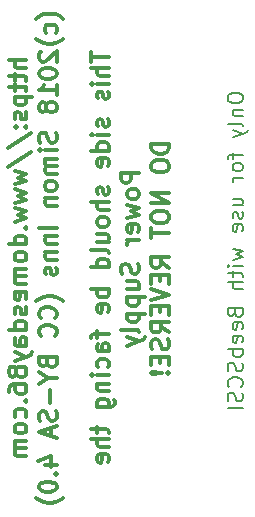
<source format=gbr>
G04 #@! TF.FileFunction,Legend,Bot*
%FSLAX46Y46*%
G04 Gerber Fmt 4.6, Leading zero omitted, Abs format (unit mm)*
G04 Created by KiCad (PCBNEW 4.0.7) date 05/03/18 17:21:10*
%MOMM*%
%LPD*%
G01*
G04 APERTURE LIST*
%ADD10C,0.100000*%
%ADD11C,0.200000*%
%ADD12C,0.300000*%
G04 APERTURE END LIST*
D10*
D11*
X126288095Y-90443097D02*
X126288095Y-90690716D01*
X126350000Y-90814525D01*
X126473810Y-90938335D01*
X126721429Y-91000240D01*
X127154762Y-91000240D01*
X127402381Y-90938335D01*
X127526190Y-90814525D01*
X127588095Y-90690716D01*
X127588095Y-90443097D01*
X127526190Y-90319287D01*
X127402381Y-90195478D01*
X127154762Y-90133573D01*
X126721429Y-90133573D01*
X126473810Y-90195478D01*
X126350000Y-90319287D01*
X126288095Y-90443097D01*
X126721429Y-91557383D02*
X127588095Y-91557383D01*
X126845238Y-91557383D02*
X126783333Y-91619288D01*
X126721429Y-91743097D01*
X126721429Y-91928811D01*
X126783333Y-92052621D01*
X126907143Y-92114526D01*
X127588095Y-92114526D01*
X127588095Y-92919287D02*
X127526190Y-92795478D01*
X127402381Y-92733573D01*
X126288095Y-92733573D01*
X126721429Y-93290715D02*
X127588095Y-93600239D01*
X126721429Y-93909763D02*
X127588095Y-93600239D01*
X127897619Y-93476430D01*
X127959524Y-93414525D01*
X128021429Y-93290715D01*
X126721429Y-95209763D02*
X126721429Y-95705001D01*
X127588095Y-95395477D02*
X126473810Y-95395477D01*
X126350000Y-95457382D01*
X126288095Y-95581191D01*
X126288095Y-95705001D01*
X127588095Y-96324048D02*
X127526190Y-96200239D01*
X127464286Y-96138334D01*
X127340476Y-96076429D01*
X126969048Y-96076429D01*
X126845238Y-96138334D01*
X126783333Y-96200239D01*
X126721429Y-96324048D01*
X126721429Y-96509762D01*
X126783333Y-96633572D01*
X126845238Y-96695477D01*
X126969048Y-96757381D01*
X127340476Y-96757381D01*
X127464286Y-96695477D01*
X127526190Y-96633572D01*
X127588095Y-96509762D01*
X127588095Y-96324048D01*
X127588095Y-97314524D02*
X126721429Y-97314524D01*
X126969048Y-97314524D02*
X126845238Y-97376429D01*
X126783333Y-97438333D01*
X126721429Y-97562143D01*
X126721429Y-97685952D01*
X126721429Y-99666905D02*
X127588095Y-99666905D01*
X126721429Y-99109762D02*
X127402381Y-99109762D01*
X127526190Y-99171667D01*
X127588095Y-99295476D01*
X127588095Y-99481190D01*
X127526190Y-99605000D01*
X127464286Y-99666905D01*
X127526190Y-100224047D02*
X127588095Y-100347857D01*
X127588095Y-100595476D01*
X127526190Y-100719285D01*
X127402381Y-100781190D01*
X127340476Y-100781190D01*
X127216667Y-100719285D01*
X127154762Y-100595476D01*
X127154762Y-100409761D01*
X127092857Y-100285952D01*
X126969048Y-100224047D01*
X126907143Y-100224047D01*
X126783333Y-100285952D01*
X126721429Y-100409761D01*
X126721429Y-100595476D01*
X126783333Y-100719285D01*
X127526190Y-101833571D02*
X127588095Y-101709761D01*
X127588095Y-101462142D01*
X127526190Y-101338333D01*
X127402381Y-101276428D01*
X126907143Y-101276428D01*
X126783333Y-101338333D01*
X126721429Y-101462142D01*
X126721429Y-101709761D01*
X126783333Y-101833571D01*
X126907143Y-101895476D01*
X127030952Y-101895476D01*
X127154762Y-101276428D01*
X126721429Y-103319285D02*
X127588095Y-103566904D01*
X126969048Y-103814523D01*
X127588095Y-104062142D01*
X126721429Y-104309761D01*
X127588095Y-104805000D02*
X126721429Y-104805000D01*
X126288095Y-104805000D02*
X126350000Y-104743095D01*
X126411905Y-104805000D01*
X126350000Y-104866905D01*
X126288095Y-104805000D01*
X126411905Y-104805000D01*
X126721429Y-105238334D02*
X126721429Y-105733572D01*
X126288095Y-105424048D02*
X127402381Y-105424048D01*
X127526190Y-105485953D01*
X127588095Y-105609762D01*
X127588095Y-105733572D01*
X127588095Y-106166905D02*
X126288095Y-106166905D01*
X127588095Y-106724048D02*
X126907143Y-106724048D01*
X126783333Y-106662143D01*
X126721429Y-106538333D01*
X126721429Y-106352619D01*
X126783333Y-106228810D01*
X126845238Y-106166905D01*
X126907143Y-108766904D02*
X126969048Y-108952618D01*
X127030952Y-109014523D01*
X127154762Y-109076428D01*
X127340476Y-109076428D01*
X127464286Y-109014523D01*
X127526190Y-108952618D01*
X127588095Y-108828809D01*
X127588095Y-108333571D01*
X126288095Y-108333571D01*
X126288095Y-108766904D01*
X126350000Y-108890714D01*
X126411905Y-108952618D01*
X126535714Y-109014523D01*
X126659524Y-109014523D01*
X126783333Y-108952618D01*
X126845238Y-108890714D01*
X126907143Y-108766904D01*
X126907143Y-108333571D01*
X127526190Y-110128809D02*
X127588095Y-110004999D01*
X127588095Y-109757380D01*
X127526190Y-109633571D01*
X127402381Y-109571666D01*
X126907143Y-109571666D01*
X126783333Y-109633571D01*
X126721429Y-109757380D01*
X126721429Y-110004999D01*
X126783333Y-110128809D01*
X126907143Y-110190714D01*
X127030952Y-110190714D01*
X127154762Y-109571666D01*
X127526190Y-111243095D02*
X127588095Y-111119285D01*
X127588095Y-110871666D01*
X127526190Y-110747857D01*
X127402381Y-110685952D01*
X126907143Y-110685952D01*
X126783333Y-110747857D01*
X126721429Y-110871666D01*
X126721429Y-111119285D01*
X126783333Y-111243095D01*
X126907143Y-111305000D01*
X127030952Y-111305000D01*
X127154762Y-110685952D01*
X127588095Y-111862143D02*
X126288095Y-111862143D01*
X126783333Y-111862143D02*
X126721429Y-111985952D01*
X126721429Y-112233571D01*
X126783333Y-112357381D01*
X126845238Y-112419286D01*
X126969048Y-112481190D01*
X127340476Y-112481190D01*
X127464286Y-112419286D01*
X127526190Y-112357381D01*
X127588095Y-112233571D01*
X127588095Y-111985952D01*
X127526190Y-111862143D01*
X127526190Y-112976428D02*
X127588095Y-113162142D01*
X127588095Y-113471666D01*
X127526190Y-113595476D01*
X127464286Y-113657380D01*
X127340476Y-113719285D01*
X127216667Y-113719285D01*
X127092857Y-113657380D01*
X127030952Y-113595476D01*
X126969048Y-113471666D01*
X126907143Y-113224047D01*
X126845238Y-113100238D01*
X126783333Y-113038333D01*
X126659524Y-112976428D01*
X126535714Y-112976428D01*
X126411905Y-113038333D01*
X126350000Y-113100238D01*
X126288095Y-113224047D01*
X126288095Y-113533571D01*
X126350000Y-113719285D01*
X127464286Y-115019285D02*
X127526190Y-114957380D01*
X127588095Y-114771666D01*
X127588095Y-114647856D01*
X127526190Y-114462142D01*
X127402381Y-114338333D01*
X127278571Y-114276428D01*
X127030952Y-114214523D01*
X126845238Y-114214523D01*
X126597619Y-114276428D01*
X126473810Y-114338333D01*
X126350000Y-114462142D01*
X126288095Y-114647856D01*
X126288095Y-114771666D01*
X126350000Y-114957380D01*
X126411905Y-115019285D01*
X127526190Y-115514523D02*
X127588095Y-115700237D01*
X127588095Y-116009761D01*
X127526190Y-116133571D01*
X127464286Y-116195475D01*
X127340476Y-116257380D01*
X127216667Y-116257380D01*
X127092857Y-116195475D01*
X127030952Y-116133571D01*
X126969048Y-116009761D01*
X126907143Y-115762142D01*
X126845238Y-115638333D01*
X126783333Y-115576428D01*
X126659524Y-115514523D01*
X126535714Y-115514523D01*
X126411905Y-115576428D01*
X126350000Y-115638333D01*
X126288095Y-115762142D01*
X126288095Y-116071666D01*
X126350000Y-116257380D01*
X127588095Y-116814523D02*
X126288095Y-116814523D01*
D12*
X109258571Y-87389999D02*
X107758571Y-87389999D01*
X109258571Y-88032856D02*
X108472857Y-88032856D01*
X108330000Y-87961427D01*
X108258571Y-87818570D01*
X108258571Y-87604285D01*
X108330000Y-87461427D01*
X108401429Y-87389999D01*
X108258571Y-88532856D02*
X108258571Y-89104285D01*
X107758571Y-88747142D02*
X109044286Y-88747142D01*
X109187143Y-88818570D01*
X109258571Y-88961428D01*
X109258571Y-89104285D01*
X108258571Y-89389999D02*
X108258571Y-89961428D01*
X107758571Y-89604285D02*
X109044286Y-89604285D01*
X109187143Y-89675713D01*
X109258571Y-89818571D01*
X109258571Y-89961428D01*
X108258571Y-90461428D02*
X109758571Y-90461428D01*
X108330000Y-90461428D02*
X108258571Y-90604285D01*
X108258571Y-90889999D01*
X108330000Y-91032856D01*
X108401429Y-91104285D01*
X108544286Y-91175714D01*
X108972857Y-91175714D01*
X109115714Y-91104285D01*
X109187143Y-91032856D01*
X109258571Y-90889999D01*
X109258571Y-90604285D01*
X109187143Y-90461428D01*
X109187143Y-91747142D02*
X109258571Y-91889999D01*
X109258571Y-92175714D01*
X109187143Y-92318571D01*
X109044286Y-92389999D01*
X108972857Y-92389999D01*
X108830000Y-92318571D01*
X108758571Y-92175714D01*
X108758571Y-91961428D01*
X108687143Y-91818571D01*
X108544286Y-91747142D01*
X108472857Y-91747142D01*
X108330000Y-91818571D01*
X108258571Y-91961428D01*
X108258571Y-92175714D01*
X108330000Y-92318571D01*
X109115714Y-93032857D02*
X109187143Y-93104285D01*
X109258571Y-93032857D01*
X109187143Y-92961428D01*
X109115714Y-93032857D01*
X109258571Y-93032857D01*
X108330000Y-93032857D02*
X108401429Y-93104285D01*
X108472857Y-93032857D01*
X108401429Y-92961428D01*
X108330000Y-93032857D01*
X108472857Y-93032857D01*
X107687143Y-94818571D02*
X109615714Y-93532857D01*
X107687143Y-96390000D02*
X109615714Y-95104286D01*
X108258571Y-96747144D02*
X109258571Y-97032858D01*
X108544286Y-97318572D01*
X109258571Y-97604287D01*
X108258571Y-97890001D01*
X108258571Y-98318573D02*
X109258571Y-98604287D01*
X108544286Y-98890001D01*
X109258571Y-99175716D01*
X108258571Y-99461430D01*
X108258571Y-99890002D02*
X109258571Y-100175716D01*
X108544286Y-100461430D01*
X109258571Y-100747145D01*
X108258571Y-101032859D01*
X109115714Y-101604288D02*
X109187143Y-101675716D01*
X109258571Y-101604288D01*
X109187143Y-101532859D01*
X109115714Y-101604288D01*
X109258571Y-101604288D01*
X109258571Y-102961431D02*
X107758571Y-102961431D01*
X109187143Y-102961431D02*
X109258571Y-102818574D01*
X109258571Y-102532860D01*
X109187143Y-102390002D01*
X109115714Y-102318574D01*
X108972857Y-102247145D01*
X108544286Y-102247145D01*
X108401429Y-102318574D01*
X108330000Y-102390002D01*
X108258571Y-102532860D01*
X108258571Y-102818574D01*
X108330000Y-102961431D01*
X109258571Y-103890003D02*
X109187143Y-103747145D01*
X109115714Y-103675717D01*
X108972857Y-103604288D01*
X108544286Y-103604288D01*
X108401429Y-103675717D01*
X108330000Y-103747145D01*
X108258571Y-103890003D01*
X108258571Y-104104288D01*
X108330000Y-104247145D01*
X108401429Y-104318574D01*
X108544286Y-104390003D01*
X108972857Y-104390003D01*
X109115714Y-104318574D01*
X109187143Y-104247145D01*
X109258571Y-104104288D01*
X109258571Y-103890003D01*
X109258571Y-105032860D02*
X108258571Y-105032860D01*
X108401429Y-105032860D02*
X108330000Y-105104288D01*
X108258571Y-105247146D01*
X108258571Y-105461431D01*
X108330000Y-105604288D01*
X108472857Y-105675717D01*
X109258571Y-105675717D01*
X108472857Y-105675717D02*
X108330000Y-105747146D01*
X108258571Y-105890003D01*
X108258571Y-106104288D01*
X108330000Y-106247146D01*
X108472857Y-106318574D01*
X109258571Y-106318574D01*
X109187143Y-107604288D02*
X109258571Y-107461431D01*
X109258571Y-107175717D01*
X109187143Y-107032860D01*
X109044286Y-106961431D01*
X108472857Y-106961431D01*
X108330000Y-107032860D01*
X108258571Y-107175717D01*
X108258571Y-107461431D01*
X108330000Y-107604288D01*
X108472857Y-107675717D01*
X108615714Y-107675717D01*
X108758571Y-106961431D01*
X109187143Y-108247145D02*
X109258571Y-108390002D01*
X109258571Y-108675717D01*
X109187143Y-108818574D01*
X109044286Y-108890002D01*
X108972857Y-108890002D01*
X108830000Y-108818574D01*
X108758571Y-108675717D01*
X108758571Y-108461431D01*
X108687143Y-108318574D01*
X108544286Y-108247145D01*
X108472857Y-108247145D01*
X108330000Y-108318574D01*
X108258571Y-108461431D01*
X108258571Y-108675717D01*
X108330000Y-108818574D01*
X109258571Y-110175717D02*
X107758571Y-110175717D01*
X109187143Y-110175717D02*
X109258571Y-110032860D01*
X109258571Y-109747146D01*
X109187143Y-109604288D01*
X109115714Y-109532860D01*
X108972857Y-109461431D01*
X108544286Y-109461431D01*
X108401429Y-109532860D01*
X108330000Y-109604288D01*
X108258571Y-109747146D01*
X108258571Y-110032860D01*
X108330000Y-110175717D01*
X109258571Y-111532860D02*
X108472857Y-111532860D01*
X108330000Y-111461431D01*
X108258571Y-111318574D01*
X108258571Y-111032860D01*
X108330000Y-110890003D01*
X109187143Y-111532860D02*
X109258571Y-111390003D01*
X109258571Y-111032860D01*
X109187143Y-110890003D01*
X109044286Y-110818574D01*
X108901429Y-110818574D01*
X108758571Y-110890003D01*
X108687143Y-111032860D01*
X108687143Y-111390003D01*
X108615714Y-111532860D01*
X108258571Y-112104289D02*
X109258571Y-112461432D01*
X108258571Y-112818574D02*
X109258571Y-112461432D01*
X109615714Y-112318574D01*
X109687143Y-112247146D01*
X109758571Y-112104289D01*
X108401429Y-113604289D02*
X108330000Y-113461431D01*
X108258571Y-113390003D01*
X108115714Y-113318574D01*
X108044286Y-113318574D01*
X107901429Y-113390003D01*
X107830000Y-113461431D01*
X107758571Y-113604289D01*
X107758571Y-113890003D01*
X107830000Y-114032860D01*
X107901429Y-114104289D01*
X108044286Y-114175717D01*
X108115714Y-114175717D01*
X108258571Y-114104289D01*
X108330000Y-114032860D01*
X108401429Y-113890003D01*
X108401429Y-113604289D01*
X108472857Y-113461431D01*
X108544286Y-113390003D01*
X108687143Y-113318574D01*
X108972857Y-113318574D01*
X109115714Y-113390003D01*
X109187143Y-113461431D01*
X109258571Y-113604289D01*
X109258571Y-113890003D01*
X109187143Y-114032860D01*
X109115714Y-114104289D01*
X108972857Y-114175717D01*
X108687143Y-114175717D01*
X108544286Y-114104289D01*
X108472857Y-114032860D01*
X108401429Y-113890003D01*
X107758571Y-115461431D02*
X107758571Y-115175717D01*
X107830000Y-115032860D01*
X107901429Y-114961431D01*
X108115714Y-114818574D01*
X108401429Y-114747145D01*
X108972857Y-114747145D01*
X109115714Y-114818574D01*
X109187143Y-114890002D01*
X109258571Y-115032860D01*
X109258571Y-115318574D01*
X109187143Y-115461431D01*
X109115714Y-115532860D01*
X108972857Y-115604288D01*
X108615714Y-115604288D01*
X108472857Y-115532860D01*
X108401429Y-115461431D01*
X108330000Y-115318574D01*
X108330000Y-115032860D01*
X108401429Y-114890002D01*
X108472857Y-114818574D01*
X108615714Y-114747145D01*
X109115714Y-116247145D02*
X109187143Y-116318573D01*
X109258571Y-116247145D01*
X109187143Y-116175716D01*
X109115714Y-116247145D01*
X109258571Y-116247145D01*
X109187143Y-117604288D02*
X109258571Y-117461431D01*
X109258571Y-117175717D01*
X109187143Y-117032859D01*
X109115714Y-116961431D01*
X108972857Y-116890002D01*
X108544286Y-116890002D01*
X108401429Y-116961431D01*
X108330000Y-117032859D01*
X108258571Y-117175717D01*
X108258571Y-117461431D01*
X108330000Y-117604288D01*
X109258571Y-118461431D02*
X109187143Y-118318573D01*
X109115714Y-118247145D01*
X108972857Y-118175716D01*
X108544286Y-118175716D01*
X108401429Y-118247145D01*
X108330000Y-118318573D01*
X108258571Y-118461431D01*
X108258571Y-118675716D01*
X108330000Y-118818573D01*
X108401429Y-118890002D01*
X108544286Y-118961431D01*
X108972857Y-118961431D01*
X109115714Y-118890002D01*
X109187143Y-118818573D01*
X109258571Y-118675716D01*
X109258571Y-118461431D01*
X109258571Y-119604288D02*
X108258571Y-119604288D01*
X108401429Y-119604288D02*
X108330000Y-119675716D01*
X108258571Y-119818574D01*
X108258571Y-120032859D01*
X108330000Y-120175716D01*
X108472857Y-120247145D01*
X109258571Y-120247145D01*
X108472857Y-120247145D02*
X108330000Y-120318574D01*
X108258571Y-120461431D01*
X108258571Y-120675716D01*
X108330000Y-120818574D01*
X108472857Y-120890002D01*
X109258571Y-120890002D01*
X112380000Y-83854287D02*
X112308571Y-83782859D01*
X112094286Y-83640002D01*
X111951429Y-83568573D01*
X111737143Y-83497144D01*
X111380000Y-83425716D01*
X111094286Y-83425716D01*
X110737143Y-83497144D01*
X110522857Y-83568573D01*
X110380000Y-83640002D01*
X110165714Y-83782859D01*
X110094286Y-83854287D01*
X111737143Y-85068573D02*
X111808571Y-84925716D01*
X111808571Y-84640002D01*
X111737143Y-84497144D01*
X111665714Y-84425716D01*
X111522857Y-84354287D01*
X111094286Y-84354287D01*
X110951429Y-84425716D01*
X110880000Y-84497144D01*
X110808571Y-84640002D01*
X110808571Y-84925716D01*
X110880000Y-85068573D01*
X112380000Y-85568573D02*
X112308571Y-85640001D01*
X112094286Y-85782858D01*
X111951429Y-85854287D01*
X111737143Y-85925716D01*
X111380000Y-85997144D01*
X111094286Y-85997144D01*
X110737143Y-85925716D01*
X110522857Y-85854287D01*
X110380000Y-85782858D01*
X110165714Y-85640001D01*
X110094286Y-85568573D01*
X110451429Y-86640001D02*
X110380000Y-86711430D01*
X110308571Y-86854287D01*
X110308571Y-87211430D01*
X110380000Y-87354287D01*
X110451429Y-87425716D01*
X110594286Y-87497144D01*
X110737143Y-87497144D01*
X110951429Y-87425716D01*
X111808571Y-86568573D01*
X111808571Y-87497144D01*
X110308571Y-88425715D02*
X110308571Y-88568572D01*
X110380000Y-88711429D01*
X110451429Y-88782858D01*
X110594286Y-88854287D01*
X110880000Y-88925715D01*
X111237143Y-88925715D01*
X111522857Y-88854287D01*
X111665714Y-88782858D01*
X111737143Y-88711429D01*
X111808571Y-88568572D01*
X111808571Y-88425715D01*
X111737143Y-88282858D01*
X111665714Y-88211429D01*
X111522857Y-88140001D01*
X111237143Y-88068572D01*
X110880000Y-88068572D01*
X110594286Y-88140001D01*
X110451429Y-88211429D01*
X110380000Y-88282858D01*
X110308571Y-88425715D01*
X111808571Y-90354286D02*
X111808571Y-89497143D01*
X111808571Y-89925715D02*
X110308571Y-89925715D01*
X110522857Y-89782858D01*
X110665714Y-89640000D01*
X110737143Y-89497143D01*
X110951429Y-91211429D02*
X110880000Y-91068571D01*
X110808571Y-90997143D01*
X110665714Y-90925714D01*
X110594286Y-90925714D01*
X110451429Y-90997143D01*
X110380000Y-91068571D01*
X110308571Y-91211429D01*
X110308571Y-91497143D01*
X110380000Y-91640000D01*
X110451429Y-91711429D01*
X110594286Y-91782857D01*
X110665714Y-91782857D01*
X110808571Y-91711429D01*
X110880000Y-91640000D01*
X110951429Y-91497143D01*
X110951429Y-91211429D01*
X111022857Y-91068571D01*
X111094286Y-90997143D01*
X111237143Y-90925714D01*
X111522857Y-90925714D01*
X111665714Y-90997143D01*
X111737143Y-91068571D01*
X111808571Y-91211429D01*
X111808571Y-91497143D01*
X111737143Y-91640000D01*
X111665714Y-91711429D01*
X111522857Y-91782857D01*
X111237143Y-91782857D01*
X111094286Y-91711429D01*
X111022857Y-91640000D01*
X110951429Y-91497143D01*
X111737143Y-93497142D02*
X111808571Y-93711428D01*
X111808571Y-94068571D01*
X111737143Y-94211428D01*
X111665714Y-94282857D01*
X111522857Y-94354285D01*
X111380000Y-94354285D01*
X111237143Y-94282857D01*
X111165714Y-94211428D01*
X111094286Y-94068571D01*
X111022857Y-93782857D01*
X110951429Y-93639999D01*
X110880000Y-93568571D01*
X110737143Y-93497142D01*
X110594286Y-93497142D01*
X110451429Y-93568571D01*
X110380000Y-93639999D01*
X110308571Y-93782857D01*
X110308571Y-94139999D01*
X110380000Y-94354285D01*
X111808571Y-94997142D02*
X110808571Y-94997142D01*
X110308571Y-94997142D02*
X110380000Y-94925713D01*
X110451429Y-94997142D01*
X110380000Y-95068570D01*
X110308571Y-94997142D01*
X110451429Y-94997142D01*
X111808571Y-95711428D02*
X110808571Y-95711428D01*
X110951429Y-95711428D02*
X110880000Y-95782856D01*
X110808571Y-95925714D01*
X110808571Y-96139999D01*
X110880000Y-96282856D01*
X111022857Y-96354285D01*
X111808571Y-96354285D01*
X111022857Y-96354285D02*
X110880000Y-96425714D01*
X110808571Y-96568571D01*
X110808571Y-96782856D01*
X110880000Y-96925714D01*
X111022857Y-96997142D01*
X111808571Y-96997142D01*
X111808571Y-97925714D02*
X111737143Y-97782856D01*
X111665714Y-97711428D01*
X111522857Y-97639999D01*
X111094286Y-97639999D01*
X110951429Y-97711428D01*
X110880000Y-97782856D01*
X110808571Y-97925714D01*
X110808571Y-98139999D01*
X110880000Y-98282856D01*
X110951429Y-98354285D01*
X111094286Y-98425714D01*
X111522857Y-98425714D01*
X111665714Y-98354285D01*
X111737143Y-98282856D01*
X111808571Y-98139999D01*
X111808571Y-97925714D01*
X110808571Y-99068571D02*
X111808571Y-99068571D01*
X110951429Y-99068571D02*
X110880000Y-99139999D01*
X110808571Y-99282857D01*
X110808571Y-99497142D01*
X110880000Y-99639999D01*
X111022857Y-99711428D01*
X111808571Y-99711428D01*
X111808571Y-101568571D02*
X110308571Y-101568571D01*
X110808571Y-102282857D02*
X111808571Y-102282857D01*
X110951429Y-102282857D02*
X110880000Y-102354285D01*
X110808571Y-102497143D01*
X110808571Y-102711428D01*
X110880000Y-102854285D01*
X111022857Y-102925714D01*
X111808571Y-102925714D01*
X110808571Y-103640000D02*
X111808571Y-103640000D01*
X110951429Y-103640000D02*
X110880000Y-103711428D01*
X110808571Y-103854286D01*
X110808571Y-104068571D01*
X110880000Y-104211428D01*
X111022857Y-104282857D01*
X111808571Y-104282857D01*
X111737143Y-104925714D02*
X111808571Y-105068571D01*
X111808571Y-105354286D01*
X111737143Y-105497143D01*
X111594286Y-105568571D01*
X111522857Y-105568571D01*
X111380000Y-105497143D01*
X111308571Y-105354286D01*
X111308571Y-105140000D01*
X111237143Y-104997143D01*
X111094286Y-104925714D01*
X111022857Y-104925714D01*
X110880000Y-104997143D01*
X110808571Y-105140000D01*
X110808571Y-105354286D01*
X110880000Y-105497143D01*
X112380000Y-107782857D02*
X112308571Y-107711429D01*
X112094286Y-107568572D01*
X111951429Y-107497143D01*
X111737143Y-107425714D01*
X111380000Y-107354286D01*
X111094286Y-107354286D01*
X110737143Y-107425714D01*
X110522857Y-107497143D01*
X110380000Y-107568572D01*
X110165714Y-107711429D01*
X110094286Y-107782857D01*
X111665714Y-109211429D02*
X111737143Y-109140000D01*
X111808571Y-108925714D01*
X111808571Y-108782857D01*
X111737143Y-108568572D01*
X111594286Y-108425714D01*
X111451429Y-108354286D01*
X111165714Y-108282857D01*
X110951429Y-108282857D01*
X110665714Y-108354286D01*
X110522857Y-108425714D01*
X110380000Y-108568572D01*
X110308571Y-108782857D01*
X110308571Y-108925714D01*
X110380000Y-109140000D01*
X110451429Y-109211429D01*
X111665714Y-110711429D02*
X111737143Y-110640000D01*
X111808571Y-110425714D01*
X111808571Y-110282857D01*
X111737143Y-110068572D01*
X111594286Y-109925714D01*
X111451429Y-109854286D01*
X111165714Y-109782857D01*
X110951429Y-109782857D01*
X110665714Y-109854286D01*
X110522857Y-109925714D01*
X110380000Y-110068572D01*
X110308571Y-110282857D01*
X110308571Y-110425714D01*
X110380000Y-110640000D01*
X110451429Y-110711429D01*
X111022857Y-112997143D02*
X111094286Y-113211429D01*
X111165714Y-113282857D01*
X111308571Y-113354286D01*
X111522857Y-113354286D01*
X111665714Y-113282857D01*
X111737143Y-113211429D01*
X111808571Y-113068571D01*
X111808571Y-112497143D01*
X110308571Y-112497143D01*
X110308571Y-112997143D01*
X110380000Y-113140000D01*
X110451429Y-113211429D01*
X110594286Y-113282857D01*
X110737143Y-113282857D01*
X110880000Y-113211429D01*
X110951429Y-113140000D01*
X111022857Y-112997143D01*
X111022857Y-112497143D01*
X111094286Y-114282857D02*
X111808571Y-114282857D01*
X110308571Y-113782857D02*
X111094286Y-114282857D01*
X110308571Y-114782857D01*
X111237143Y-115282857D02*
X111237143Y-116425714D01*
X111737143Y-117068571D02*
X111808571Y-117282857D01*
X111808571Y-117640000D01*
X111737143Y-117782857D01*
X111665714Y-117854286D01*
X111522857Y-117925714D01*
X111380000Y-117925714D01*
X111237143Y-117854286D01*
X111165714Y-117782857D01*
X111094286Y-117640000D01*
X111022857Y-117354286D01*
X110951429Y-117211428D01*
X110880000Y-117140000D01*
X110737143Y-117068571D01*
X110594286Y-117068571D01*
X110451429Y-117140000D01*
X110380000Y-117211428D01*
X110308571Y-117354286D01*
X110308571Y-117711428D01*
X110380000Y-117925714D01*
X111380000Y-118497142D02*
X111380000Y-119211428D01*
X111808571Y-118354285D02*
X110308571Y-118854285D01*
X111808571Y-119354285D01*
X110808571Y-121639999D02*
X111808571Y-121639999D01*
X110237143Y-121282856D02*
X111308571Y-120925713D01*
X111308571Y-121854285D01*
X111665714Y-122425713D02*
X111737143Y-122497141D01*
X111808571Y-122425713D01*
X111737143Y-122354284D01*
X111665714Y-122425713D01*
X111808571Y-122425713D01*
X110308571Y-123425713D02*
X110308571Y-123568570D01*
X110380000Y-123711427D01*
X110451429Y-123782856D01*
X110594286Y-123854285D01*
X110880000Y-123925713D01*
X111237143Y-123925713D01*
X111522857Y-123854285D01*
X111665714Y-123782856D01*
X111737143Y-123711427D01*
X111808571Y-123568570D01*
X111808571Y-123425713D01*
X111737143Y-123282856D01*
X111665714Y-123211427D01*
X111522857Y-123139999D01*
X111237143Y-123068570D01*
X110880000Y-123068570D01*
X110594286Y-123139999D01*
X110451429Y-123211427D01*
X110380000Y-123282856D01*
X110308571Y-123425713D01*
X112380000Y-124425713D02*
X112308571Y-124497141D01*
X112094286Y-124639998D01*
X111951429Y-124711427D01*
X111737143Y-124782856D01*
X111380000Y-124854284D01*
X111094286Y-124854284D01*
X110737143Y-124782856D01*
X110522857Y-124711427D01*
X110380000Y-124639998D01*
X110165714Y-124497141D01*
X110094286Y-124425713D01*
X114738571Y-86675714D02*
X114738571Y-87532857D01*
X116238571Y-87104286D02*
X114738571Y-87104286D01*
X116238571Y-88032857D02*
X114738571Y-88032857D01*
X116238571Y-88675714D02*
X115452857Y-88675714D01*
X115310000Y-88604285D01*
X115238571Y-88461428D01*
X115238571Y-88247143D01*
X115310000Y-88104285D01*
X115381429Y-88032857D01*
X116238571Y-89390000D02*
X115238571Y-89390000D01*
X114738571Y-89390000D02*
X114810000Y-89318571D01*
X114881429Y-89390000D01*
X114810000Y-89461428D01*
X114738571Y-89390000D01*
X114881429Y-89390000D01*
X116167143Y-90032857D02*
X116238571Y-90175714D01*
X116238571Y-90461429D01*
X116167143Y-90604286D01*
X116024286Y-90675714D01*
X115952857Y-90675714D01*
X115810000Y-90604286D01*
X115738571Y-90461429D01*
X115738571Y-90247143D01*
X115667143Y-90104286D01*
X115524286Y-90032857D01*
X115452857Y-90032857D01*
X115310000Y-90104286D01*
X115238571Y-90247143D01*
X115238571Y-90461429D01*
X115310000Y-90604286D01*
X116167143Y-92390000D02*
X116238571Y-92532857D01*
X116238571Y-92818572D01*
X116167143Y-92961429D01*
X116024286Y-93032857D01*
X115952857Y-93032857D01*
X115810000Y-92961429D01*
X115738571Y-92818572D01*
X115738571Y-92604286D01*
X115667143Y-92461429D01*
X115524286Y-92390000D01*
X115452857Y-92390000D01*
X115310000Y-92461429D01*
X115238571Y-92604286D01*
X115238571Y-92818572D01*
X115310000Y-92961429D01*
X116238571Y-93675715D02*
X115238571Y-93675715D01*
X114738571Y-93675715D02*
X114810000Y-93604286D01*
X114881429Y-93675715D01*
X114810000Y-93747143D01*
X114738571Y-93675715D01*
X114881429Y-93675715D01*
X116238571Y-95032858D02*
X114738571Y-95032858D01*
X116167143Y-95032858D02*
X116238571Y-94890001D01*
X116238571Y-94604287D01*
X116167143Y-94461429D01*
X116095714Y-94390001D01*
X115952857Y-94318572D01*
X115524286Y-94318572D01*
X115381429Y-94390001D01*
X115310000Y-94461429D01*
X115238571Y-94604287D01*
X115238571Y-94890001D01*
X115310000Y-95032858D01*
X116167143Y-96318572D02*
X116238571Y-96175715D01*
X116238571Y-95890001D01*
X116167143Y-95747144D01*
X116024286Y-95675715D01*
X115452857Y-95675715D01*
X115310000Y-95747144D01*
X115238571Y-95890001D01*
X115238571Y-96175715D01*
X115310000Y-96318572D01*
X115452857Y-96390001D01*
X115595714Y-96390001D01*
X115738571Y-95675715D01*
X116167143Y-98104286D02*
X116238571Y-98247143D01*
X116238571Y-98532858D01*
X116167143Y-98675715D01*
X116024286Y-98747143D01*
X115952857Y-98747143D01*
X115810000Y-98675715D01*
X115738571Y-98532858D01*
X115738571Y-98318572D01*
X115667143Y-98175715D01*
X115524286Y-98104286D01*
X115452857Y-98104286D01*
X115310000Y-98175715D01*
X115238571Y-98318572D01*
X115238571Y-98532858D01*
X115310000Y-98675715D01*
X116238571Y-99390001D02*
X114738571Y-99390001D01*
X116238571Y-100032858D02*
X115452857Y-100032858D01*
X115310000Y-99961429D01*
X115238571Y-99818572D01*
X115238571Y-99604287D01*
X115310000Y-99461429D01*
X115381429Y-99390001D01*
X116238571Y-100961430D02*
X116167143Y-100818572D01*
X116095714Y-100747144D01*
X115952857Y-100675715D01*
X115524286Y-100675715D01*
X115381429Y-100747144D01*
X115310000Y-100818572D01*
X115238571Y-100961430D01*
X115238571Y-101175715D01*
X115310000Y-101318572D01*
X115381429Y-101390001D01*
X115524286Y-101461430D01*
X115952857Y-101461430D01*
X116095714Y-101390001D01*
X116167143Y-101318572D01*
X116238571Y-101175715D01*
X116238571Y-100961430D01*
X115238571Y-102747144D02*
X116238571Y-102747144D01*
X115238571Y-102104287D02*
X116024286Y-102104287D01*
X116167143Y-102175715D01*
X116238571Y-102318573D01*
X116238571Y-102532858D01*
X116167143Y-102675715D01*
X116095714Y-102747144D01*
X116238571Y-103675716D02*
X116167143Y-103532858D01*
X116024286Y-103461430D01*
X114738571Y-103461430D01*
X116238571Y-104890001D02*
X114738571Y-104890001D01*
X116167143Y-104890001D02*
X116238571Y-104747144D01*
X116238571Y-104461430D01*
X116167143Y-104318572D01*
X116095714Y-104247144D01*
X115952857Y-104175715D01*
X115524286Y-104175715D01*
X115381429Y-104247144D01*
X115310000Y-104318572D01*
X115238571Y-104461430D01*
X115238571Y-104747144D01*
X115310000Y-104890001D01*
X116238571Y-106747144D02*
X114738571Y-106747144D01*
X115310000Y-106747144D02*
X115238571Y-106890001D01*
X115238571Y-107175715D01*
X115310000Y-107318572D01*
X115381429Y-107390001D01*
X115524286Y-107461430D01*
X115952857Y-107461430D01*
X116095714Y-107390001D01*
X116167143Y-107318572D01*
X116238571Y-107175715D01*
X116238571Y-106890001D01*
X116167143Y-106747144D01*
X116167143Y-108675715D02*
X116238571Y-108532858D01*
X116238571Y-108247144D01*
X116167143Y-108104287D01*
X116024286Y-108032858D01*
X115452857Y-108032858D01*
X115310000Y-108104287D01*
X115238571Y-108247144D01*
X115238571Y-108532858D01*
X115310000Y-108675715D01*
X115452857Y-108747144D01*
X115595714Y-108747144D01*
X115738571Y-108032858D01*
X115238571Y-110318572D02*
X115238571Y-110890001D01*
X116238571Y-110532858D02*
X114952857Y-110532858D01*
X114810000Y-110604286D01*
X114738571Y-110747144D01*
X114738571Y-110890001D01*
X116238571Y-112032858D02*
X115452857Y-112032858D01*
X115310000Y-111961429D01*
X115238571Y-111818572D01*
X115238571Y-111532858D01*
X115310000Y-111390001D01*
X116167143Y-112032858D02*
X116238571Y-111890001D01*
X116238571Y-111532858D01*
X116167143Y-111390001D01*
X116024286Y-111318572D01*
X115881429Y-111318572D01*
X115738571Y-111390001D01*
X115667143Y-111532858D01*
X115667143Y-111890001D01*
X115595714Y-112032858D01*
X116167143Y-113390001D02*
X116238571Y-113247144D01*
X116238571Y-112961430D01*
X116167143Y-112818572D01*
X116095714Y-112747144D01*
X115952857Y-112675715D01*
X115524286Y-112675715D01*
X115381429Y-112747144D01*
X115310000Y-112818572D01*
X115238571Y-112961430D01*
X115238571Y-113247144D01*
X115310000Y-113390001D01*
X116238571Y-114032858D02*
X115238571Y-114032858D01*
X114738571Y-114032858D02*
X114810000Y-113961429D01*
X114881429Y-114032858D01*
X114810000Y-114104286D01*
X114738571Y-114032858D01*
X114881429Y-114032858D01*
X115238571Y-114747144D02*
X116238571Y-114747144D01*
X115381429Y-114747144D02*
X115310000Y-114818572D01*
X115238571Y-114961430D01*
X115238571Y-115175715D01*
X115310000Y-115318572D01*
X115452857Y-115390001D01*
X116238571Y-115390001D01*
X115238571Y-116747144D02*
X116452857Y-116747144D01*
X116595714Y-116675715D01*
X116667143Y-116604287D01*
X116738571Y-116461430D01*
X116738571Y-116247144D01*
X116667143Y-116104287D01*
X116167143Y-116747144D02*
X116238571Y-116604287D01*
X116238571Y-116318573D01*
X116167143Y-116175715D01*
X116095714Y-116104287D01*
X115952857Y-116032858D01*
X115524286Y-116032858D01*
X115381429Y-116104287D01*
X115310000Y-116175715D01*
X115238571Y-116318573D01*
X115238571Y-116604287D01*
X115310000Y-116747144D01*
X115238571Y-118390001D02*
X115238571Y-118961430D01*
X114738571Y-118604287D02*
X116024286Y-118604287D01*
X116167143Y-118675715D01*
X116238571Y-118818573D01*
X116238571Y-118961430D01*
X116238571Y-119461430D02*
X114738571Y-119461430D01*
X116238571Y-120104287D02*
X115452857Y-120104287D01*
X115310000Y-120032858D01*
X115238571Y-119890001D01*
X115238571Y-119675716D01*
X115310000Y-119532858D01*
X115381429Y-119461430D01*
X116167143Y-121390001D02*
X116238571Y-121247144D01*
X116238571Y-120961430D01*
X116167143Y-120818573D01*
X116024286Y-120747144D01*
X115452857Y-120747144D01*
X115310000Y-120818573D01*
X115238571Y-120961430D01*
X115238571Y-121247144D01*
X115310000Y-121390001D01*
X115452857Y-121461430D01*
X115595714Y-121461430D01*
X115738571Y-120747144D01*
X118788571Y-96890001D02*
X117288571Y-96890001D01*
X117288571Y-97461429D01*
X117360000Y-97604287D01*
X117431429Y-97675715D01*
X117574286Y-97747144D01*
X117788571Y-97747144D01*
X117931429Y-97675715D01*
X118002857Y-97604287D01*
X118074286Y-97461429D01*
X118074286Y-96890001D01*
X118788571Y-98604287D02*
X118717143Y-98461429D01*
X118645714Y-98390001D01*
X118502857Y-98318572D01*
X118074286Y-98318572D01*
X117931429Y-98390001D01*
X117860000Y-98461429D01*
X117788571Y-98604287D01*
X117788571Y-98818572D01*
X117860000Y-98961429D01*
X117931429Y-99032858D01*
X118074286Y-99104287D01*
X118502857Y-99104287D01*
X118645714Y-99032858D01*
X118717143Y-98961429D01*
X118788571Y-98818572D01*
X118788571Y-98604287D01*
X117788571Y-99604287D02*
X118788571Y-99890001D01*
X118074286Y-100175715D01*
X118788571Y-100461430D01*
X117788571Y-100747144D01*
X118717143Y-101890001D02*
X118788571Y-101747144D01*
X118788571Y-101461430D01*
X118717143Y-101318573D01*
X118574286Y-101247144D01*
X118002857Y-101247144D01*
X117860000Y-101318573D01*
X117788571Y-101461430D01*
X117788571Y-101747144D01*
X117860000Y-101890001D01*
X118002857Y-101961430D01*
X118145714Y-101961430D01*
X118288571Y-101247144D01*
X118788571Y-102604287D02*
X117788571Y-102604287D01*
X118074286Y-102604287D02*
X117931429Y-102675715D01*
X117860000Y-102747144D01*
X117788571Y-102890001D01*
X117788571Y-103032858D01*
X118717143Y-104604286D02*
X118788571Y-104818572D01*
X118788571Y-105175715D01*
X118717143Y-105318572D01*
X118645714Y-105390001D01*
X118502857Y-105461429D01*
X118360000Y-105461429D01*
X118217143Y-105390001D01*
X118145714Y-105318572D01*
X118074286Y-105175715D01*
X118002857Y-104890001D01*
X117931429Y-104747143D01*
X117860000Y-104675715D01*
X117717143Y-104604286D01*
X117574286Y-104604286D01*
X117431429Y-104675715D01*
X117360000Y-104747143D01*
X117288571Y-104890001D01*
X117288571Y-105247143D01*
X117360000Y-105461429D01*
X117788571Y-106747143D02*
X118788571Y-106747143D01*
X117788571Y-106104286D02*
X118574286Y-106104286D01*
X118717143Y-106175714D01*
X118788571Y-106318572D01*
X118788571Y-106532857D01*
X118717143Y-106675714D01*
X118645714Y-106747143D01*
X117788571Y-107461429D02*
X119288571Y-107461429D01*
X117860000Y-107461429D02*
X117788571Y-107604286D01*
X117788571Y-107890000D01*
X117860000Y-108032857D01*
X117931429Y-108104286D01*
X118074286Y-108175715D01*
X118502857Y-108175715D01*
X118645714Y-108104286D01*
X118717143Y-108032857D01*
X118788571Y-107890000D01*
X118788571Y-107604286D01*
X118717143Y-107461429D01*
X117788571Y-108818572D02*
X119288571Y-108818572D01*
X117860000Y-108818572D02*
X117788571Y-108961429D01*
X117788571Y-109247143D01*
X117860000Y-109390000D01*
X117931429Y-109461429D01*
X118074286Y-109532858D01*
X118502857Y-109532858D01*
X118645714Y-109461429D01*
X118717143Y-109390000D01*
X118788571Y-109247143D01*
X118788571Y-108961429D01*
X118717143Y-108818572D01*
X118788571Y-110390001D02*
X118717143Y-110247143D01*
X118574286Y-110175715D01*
X117288571Y-110175715D01*
X117788571Y-110818572D02*
X118788571Y-111175715D01*
X117788571Y-111532857D02*
X118788571Y-111175715D01*
X119145714Y-111032857D01*
X119217143Y-110961429D01*
X119288571Y-110818572D01*
X121338571Y-94425714D02*
X119838571Y-94425714D01*
X119838571Y-94782857D01*
X119910000Y-94997142D01*
X120052857Y-95140000D01*
X120195714Y-95211428D01*
X120481429Y-95282857D01*
X120695714Y-95282857D01*
X120981429Y-95211428D01*
X121124286Y-95140000D01*
X121267143Y-94997142D01*
X121338571Y-94782857D01*
X121338571Y-94425714D01*
X119838571Y-96211428D02*
X119838571Y-96497142D01*
X119910000Y-96640000D01*
X120052857Y-96782857D01*
X120338571Y-96854285D01*
X120838571Y-96854285D01*
X121124286Y-96782857D01*
X121267143Y-96640000D01*
X121338571Y-96497142D01*
X121338571Y-96211428D01*
X121267143Y-96068571D01*
X121124286Y-95925714D01*
X120838571Y-95854285D01*
X120338571Y-95854285D01*
X120052857Y-95925714D01*
X119910000Y-96068571D01*
X119838571Y-96211428D01*
X121338571Y-98640000D02*
X119838571Y-98640000D01*
X121338571Y-99497143D01*
X119838571Y-99497143D01*
X119838571Y-100497143D02*
X119838571Y-100782857D01*
X119910000Y-100925715D01*
X120052857Y-101068572D01*
X120338571Y-101140000D01*
X120838571Y-101140000D01*
X121124286Y-101068572D01*
X121267143Y-100925715D01*
X121338571Y-100782857D01*
X121338571Y-100497143D01*
X121267143Y-100354286D01*
X121124286Y-100211429D01*
X120838571Y-100140000D01*
X120338571Y-100140000D01*
X120052857Y-100211429D01*
X119910000Y-100354286D01*
X119838571Y-100497143D01*
X119838571Y-101568572D02*
X119838571Y-102425715D01*
X121338571Y-101997144D02*
X119838571Y-101997144D01*
X121338571Y-104925715D02*
X120624286Y-104425715D01*
X121338571Y-104068572D02*
X119838571Y-104068572D01*
X119838571Y-104640000D01*
X119910000Y-104782858D01*
X119981429Y-104854286D01*
X120124286Y-104925715D01*
X120338571Y-104925715D01*
X120481429Y-104854286D01*
X120552857Y-104782858D01*
X120624286Y-104640000D01*
X120624286Y-104068572D01*
X120552857Y-105568572D02*
X120552857Y-106068572D01*
X121338571Y-106282858D02*
X121338571Y-105568572D01*
X119838571Y-105568572D01*
X119838571Y-106282858D01*
X119838571Y-106711429D02*
X121338571Y-107211429D01*
X119838571Y-107711429D01*
X120552857Y-108211429D02*
X120552857Y-108711429D01*
X121338571Y-108925715D02*
X121338571Y-108211429D01*
X119838571Y-108211429D01*
X119838571Y-108925715D01*
X121338571Y-110425715D02*
X120624286Y-109925715D01*
X121338571Y-109568572D02*
X119838571Y-109568572D01*
X119838571Y-110140000D01*
X119910000Y-110282858D01*
X119981429Y-110354286D01*
X120124286Y-110425715D01*
X120338571Y-110425715D01*
X120481429Y-110354286D01*
X120552857Y-110282858D01*
X120624286Y-110140000D01*
X120624286Y-109568572D01*
X121267143Y-110997143D02*
X121338571Y-111211429D01*
X121338571Y-111568572D01*
X121267143Y-111711429D01*
X121195714Y-111782858D01*
X121052857Y-111854286D01*
X120910000Y-111854286D01*
X120767143Y-111782858D01*
X120695714Y-111711429D01*
X120624286Y-111568572D01*
X120552857Y-111282858D01*
X120481429Y-111140000D01*
X120410000Y-111068572D01*
X120267143Y-110997143D01*
X120124286Y-110997143D01*
X119981429Y-111068572D01*
X119910000Y-111140000D01*
X119838571Y-111282858D01*
X119838571Y-111640000D01*
X119910000Y-111854286D01*
X120552857Y-112497143D02*
X120552857Y-112997143D01*
X121338571Y-113211429D02*
X121338571Y-112497143D01*
X119838571Y-112497143D01*
X119838571Y-113211429D01*
X121195714Y-113854286D02*
X121267143Y-113925714D01*
X121338571Y-113854286D01*
X121267143Y-113782857D01*
X121195714Y-113854286D01*
X121338571Y-113854286D01*
X120767143Y-113854286D02*
X119910000Y-113782857D01*
X119838571Y-113854286D01*
X119910000Y-113925714D01*
X120767143Y-113854286D01*
X119838571Y-113854286D01*
M02*

</source>
